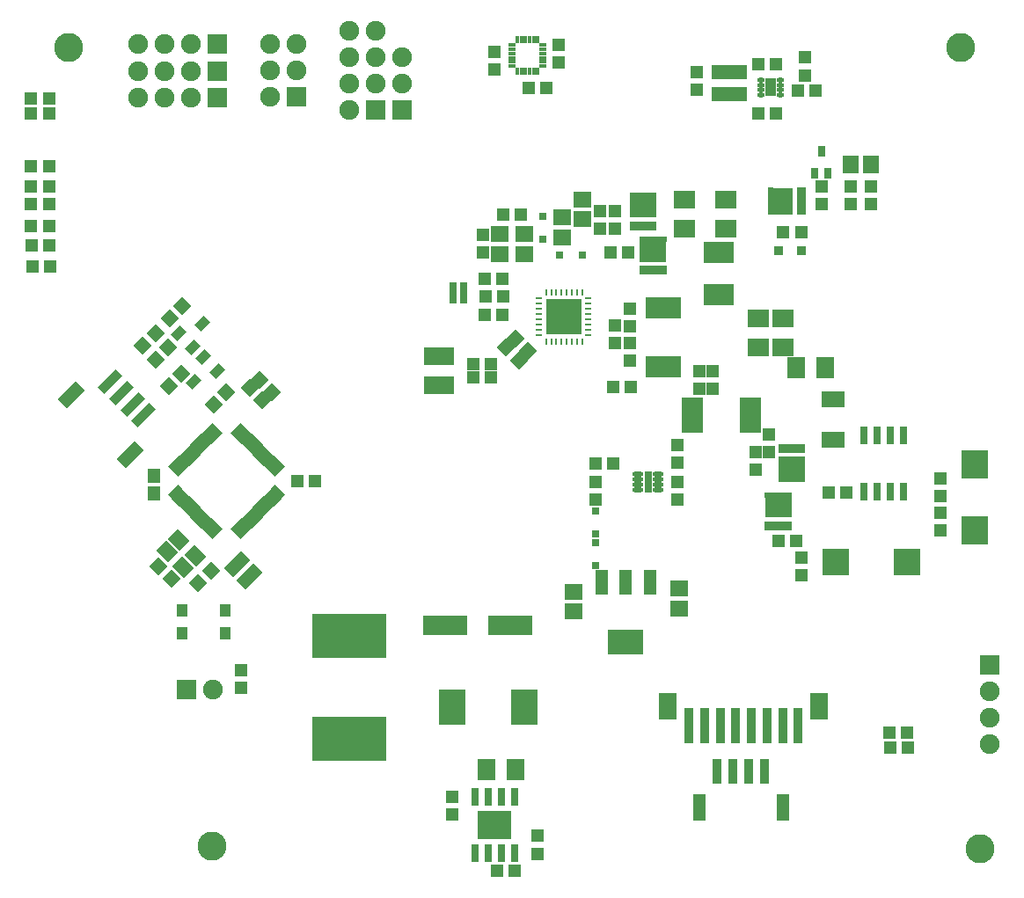
<source format=gts>
G04 DipTrace 3.0.0.2*
G04 TopMask.gbr*
%MOMM*%
G04 #@! TF.FileFunction,Soldermask,Top*
G04 #@! TF.Part,Single*
%AMOUTLINE1*
4,1,4,
-0.03537,-0.88615,
-0.88615,-0.03537,
0.03537,0.88615,
0.88615,0.03537,
-0.03537,-0.88615,
0*%
%AMOUTLINE4*
4,1,4,
-0.88615,0.03537,
-0.03537,0.88615,
0.88615,-0.03537,
0.03537,-0.88615,
-0.88615,0.03537,
0*%
%AMOUTLINE7*
4,1,4,
0.6016,-0.6516,
-0.6016,-0.6516,
-0.6016,0.6516,
0.6016,0.6516,
0.6016,-0.6516,
0*%
%AMOUTLINE10*
4,1,4,
0.88615,-0.03537,
0.03537,-0.88615,
-0.88615,0.03537,
-0.03537,0.88615,
0.88615,-0.03537,
0*%
%AMOUTLINE13*5,1,4,0,0,1.1359,-45.0*%
%AMOUTLINE16*
4,1,4,
-0.14143,-0.74472,
-0.74472,-0.14143,
0.14143,0.74472,
0.74472,0.14143,
-0.14143,-0.74472,
0*%
%AMOUTLINE19*
4,1,4,
-0.53033,-1.16898,
-1.16898,-0.53033,
0.53033,1.16898,
1.16898,0.53033,
-0.53033,-1.16898,
0*%
%AMOUTLINE22*
4,1,4,
-0.42703,-1.34302,
-1.34302,-0.42703,
0.42703,1.34302,
1.34302,0.42703,
-0.42703,-1.34302,
0*%
%AMOUTLINE24*
4,1,38,
0.1905,-0.1143,
0.21033,-0.11257,
0.2296,-0.1074,
0.24763,-0.099,
0.26397,-0.08757,
0.27807,-0.07347,
0.2895,-0.05717,
0.2979,-0.0391,
0.30307,-0.01983,
0.3048,0.0,
0.30307,0.01983,
0.2979,0.0391,
0.2895,0.05717,
0.27807,0.07347,
0.26397,0.08757,
0.24767,0.099,
0.2296,0.1074,
0.21033,0.11257,
0.1905,0.1143,
-0.1905,0.1143,
-0.21033,0.11257,
-0.2296,0.1074,
-0.24763,0.099,
-0.26397,0.08757,
-0.27807,0.07347,
-0.2895,0.05717,
-0.2979,0.0391,
-0.30307,0.01983,
-0.3048,0.0,
-0.30307,-0.01983,
-0.2979,-0.0391,
-0.2895,-0.05713,
-0.27807,-0.07347,
-0.26397,-0.08757,
-0.24767,-0.099,
-0.2296,-0.1074,
-0.21033,-0.11257,
-0.1905,-0.1143,
0.1905,-0.1143,
0*%
%AMOUTLINE25*
4,1,38,
-0.1143,-0.1905,
-0.11257,-0.21033,
-0.1074,-0.2296,
-0.099,-0.24763,
-0.08757,-0.26397,
-0.07347,-0.27807,
-0.05713,-0.2895,
-0.0391,-0.2979,
-0.01983,-0.30307,
0.0,-0.3048,
0.01983,-0.30307,
0.0391,-0.2979,
0.05717,-0.2895,
0.07347,-0.27807,
0.08757,-0.26397,
0.099,-0.24763,
0.1074,-0.2296,
0.11257,-0.21033,
0.1143,-0.1905,
0.1143,0.1905,
0.11257,0.21033,
0.1074,0.2296,
0.099,0.24763,
0.08757,0.26397,
0.07347,0.27807,
0.05717,0.2895,
0.0391,0.2979,
0.01983,0.30307,
0.0,0.3048,
-0.01983,0.30307,
-0.0391,0.2979,
-0.05713,0.2895,
-0.07347,0.27807,
-0.08757,0.26397,
-0.099,0.24767,
-0.1074,0.2296,
-0.11257,0.21033,
-0.1143,0.1905,
-0.1143,-0.1905,
0*%
%AMOUTLINE27*
4,1,4,
0.3182,0.67402,
0.67402,0.3182,
-0.3182,-0.67402,
-0.67402,-0.3182,
0.3182,0.67402,
0*%
%AMOUTLINE30*
4,1,4,
-0.67402,0.3182,
-0.3182,0.67402,
0.67402,-0.3182,
0.3182,-0.67402,
-0.67402,0.3182,
0*%
%AMOUTLINE33*
4,1,4,
0.0884,-1.04525,
-1.04525,0.0884,
-0.0884,1.04525,
1.04525,-0.0884,
0.0884,-1.04525,
0*%
%ADD69R,3.4544X3.4544*%
%ADD88C,2.794*%
%ADD92O,0.4032X0.762*%
%ADD94O,0.762X0.4032*%
%ADD96R,1.1032X1.8032*%
%ADD98O,0.7032X0.4832*%
%ADD100R,2.6032X2.8032*%
%ADD102R,3.2032X2.6932*%
%ADD104R,0.8032X1.7532*%
%ADD106R,0.8032X2.1032*%
%ADD108O,1.0532X0.5032*%
%ADD110R,3.4532X2.3532*%
%ADD112R,1.1532X2.3532*%
%ADD116R,1.1032X1.2032*%
%ADD118R,0.6985X0.5588*%
%ADD120R,3.4032X2.0032*%
%ADD122R,2.9032X1.8032*%
%ADD124R,0.7032X1.0532*%
%ADD126R,2.1032X2.6289*%
%ADD128R,0.6132X0.6604*%
%ADD130R,0.8332X0.6604*%
%ADD132R,2.6289X2.1032*%
%ADD134R,0.6604X0.6132*%
%ADD136R,0.6604X0.8332*%
%ADD138R,7.2136X4.191*%
%ADD140R,3.4036X1.3208*%
%ADD142R,2.5908X2.5908*%
%ADD144R,2.9972X2.1209*%
%ADD146R,2.6032X3.5032*%
%ADD148R,2.3032X1.6032*%
%ADD150R,0.8032X0.8032*%
%ADD152R,2.0032X3.4032*%
%ADD154C,1.9032*%
%ADD156R,1.9032X1.9032*%
%ADD158R,1.5032X1.7032*%
%ADD160R,4.3532X1.8532*%
%ADD162R,1.8032X2.0032*%
%ADD164R,2.0032X1.8032*%
%ADD166R,1.7032X1.5032*%
%ADD168R,1.2032X1.3032*%
%ADD170R,1.3032X1.2032*%
%ADD172R,1.7018X2.5032*%
%ADD174R,0.9032X3.5052*%
%ADD176R,1.2954X2.5032*%
%ADD178R,0.9032X2.4032*%
%ADD186OUTLINE1*%
%ADD189OUTLINE4*%
%ADD192OUTLINE7*%
%ADD195OUTLINE10*%
%ADD198OUTLINE13*%
%ADD201OUTLINE16*%
%ADD204OUTLINE19*%
%ADD207OUTLINE22*%
%ADD209OUTLINE24*%
%ADD210OUTLINE25*%
%ADD212OUTLINE27*%
%ADD215OUTLINE30*%
%ADD218OUTLINE33*%
%FSLAX35Y35*%
G04*
G71*
G90*
G75*
G01*
G04 TopMask*
%LPD*%
D178*
X8202521Y2376970D3*
X7897721D3*
X8050121D3*
D176*
X8530181Y2022230D3*
X7722461D3*
D178*
X8354921Y2376970D3*
D174*
X8074661Y2815347D3*
X8227061D3*
D172*
X7421881Y3003310D3*
X8879841D3*
D174*
X8376921Y2815347D3*
X8526781D3*
X8676641D3*
X7924801D3*
X7774941D3*
X7625081D3*
D170*
X5660391Y7116837D3*
X5830391D3*
X5835014Y6942210D3*
X5665014D3*
X5660391Y6767584D3*
X5830391D3*
D168*
X5644514Y7370837D3*
Y7540837D3*
X7517767Y4989587D3*
Y5159587D3*
D186*
X3022721Y4302500D3*
X2902514Y4182294D3*
D189*
X6073137Y6418337D3*
X5952931Y6538544D3*
X2522221Y4346330D3*
X2642427Y4226124D3*
D192*
X2474117Y5049007D3*
Y5219007D3*
D166*
X7533641Y4132330D3*
Y3942330D3*
D186*
X3052341Y5905380D3*
X3172547Y6025587D3*
D195*
X5866767Y6450084D3*
X5986974Y6329877D3*
D166*
X6041391Y7354960D3*
Y7544960D3*
D164*
X8295637Y6450084D3*
Y6730084D3*
D166*
X6517391Y4100334D3*
Y3910334D3*
D168*
X7517767Y5513460D3*
Y5343460D3*
D162*
X5676264Y2386084D3*
X5956264D3*
D166*
X6406514Y7704210D3*
Y7514210D3*
D170*
X7041514Y7370834D3*
X6871514D3*
D168*
X6914514Y6497710D3*
Y6667710D3*
X7057391Y6497710D3*
Y6327710D3*
Y6656460D3*
Y6826460D3*
X5342891Y1957460D3*
Y2127460D3*
D164*
X8533767Y6450084D3*
Y6730084D3*
D168*
X7724141Y6053210D3*
Y6223210D3*
D160*
X5908581Y3777014D3*
X5278581D3*
D164*
X7976871Y7878837D3*
Y7598837D3*
D158*
X9184641Y8212210D3*
X9374641D3*
D162*
X8660764Y6259584D3*
X8940764D3*
D166*
X5803267Y7354960D3*
Y7544960D3*
X6597014Y7688337D3*
Y7878337D3*
D170*
X9137014Y5053084D3*
X8967014D3*
D164*
X7579361Y7878837D3*
Y7598837D3*
D170*
X8295641Y8704337D3*
X8465641D3*
X8295641Y9180587D3*
X8465641D3*
D195*
X3314701Y4407290D3*
X3434907Y4287084D3*
D168*
X5755641Y9132960D3*
Y9302960D3*
D170*
X6080761Y8948810D3*
X6250761D3*
D168*
X6374767Y9196460D3*
Y9366460D3*
D170*
X6724017Y5338834D3*
X6894017D3*
D189*
X3238501Y4331090D3*
X3358707Y4210884D3*
D170*
X4026427Y5164244D3*
X3856427D3*
D156*
X3850641Y8864990D3*
D154*
X3596641D3*
X3850641Y9118990D3*
X3596641D3*
X3850641Y9372990D3*
X3596641D3*
D156*
X4612641Y8737990D3*
D154*
X4358641D3*
X4612641Y8991990D3*
X4358641D3*
X4612641Y9245990D3*
X4358641D3*
X4612641Y9499990D3*
X4358641D3*
D156*
X3088641Y9372990D3*
D154*
X2834641D3*
X2580641D3*
X2326641D3*
D156*
X3088641Y9116450D3*
D154*
X2834641D3*
X2580641D3*
X2326641D3*
D156*
X3088641Y8862450D3*
D154*
X2834641D3*
X2580641D3*
X2326641D3*
D152*
X7660641Y5799210D3*
X8220641D3*
D198*
X8708391Y7386710D3*
X8488391D3*
D150*
X6724014Y4576834D3*
Y4356834D3*
X6216017Y7497837D3*
Y7717837D3*
X6597017Y7339087D3*
X6377017D3*
X6724014Y4656210D3*
Y4876210D3*
D148*
X9010014Y5561084D3*
Y5951070D3*
D146*
X5342891Y2989334D3*
X6037891D3*
D88*
X10241281Y9339970D3*
X1651001D3*
X3032761Y1656470D3*
X10429241Y1625990D3*
D156*
X4866641Y8737990D3*
D154*
Y8991990D3*
Y9245990D3*
D156*
X2787017Y3163960D3*
D154*
X3041017D3*
D144*
X7914641Y7370837D3*
Y6963164D3*
D142*
X9041767Y4386337D3*
X9722487D3*
D140*
X8009891Y8894837D3*
Y9103117D3*
D138*
X4360227Y2682947D3*
Y3681167D3*
D136*
X7374891Y7196210D3*
X7311391D3*
X7245351D3*
X7181851D3*
D134*
Y7493390D3*
X7245351D3*
X7311391D3*
X7374891D3*
D132*
X7278371Y7379090D3*
D136*
X7279641Y7624837D3*
X7216141D3*
X7150101D3*
X7086601D3*
D134*
Y7922017D3*
X7150101D3*
X7216141D3*
X7279641D3*
D132*
X7183121Y7807717D3*
D130*
X8708391Y7958210D3*
Y7894710D3*
Y7828670D3*
Y7765170D3*
D128*
X8411211D3*
Y7828670D3*
Y7894710D3*
Y7958210D3*
D126*
X8525511Y7861690D3*
D136*
X8517891Y5481710D3*
X8581391D3*
X8647431D3*
X8710931D3*
D134*
Y5184530D3*
X8647431D3*
X8581391D3*
X8517891D3*
D132*
X8614411Y5298830D3*
D136*
X8581391Y4735587D3*
X8517891D3*
X8451851D3*
X8388351D3*
D134*
Y5032767D3*
X8451851D3*
X8517891D3*
X8581391D3*
D132*
X8484871Y4918467D3*
D124*
X8835391Y8132834D3*
X8965404D3*
X8900397Y8342834D3*
D201*
X3086101Y6223394D3*
X2951747Y6357744D3*
X2856291Y6127937D3*
X2712721Y6586610D3*
X2847074Y6452260D3*
X2942531Y6682067D3*
D170*
X5951221Y1420250D3*
X5781221D3*
D168*
X3310891Y3179837D3*
Y3349837D3*
D170*
X1305014Y7233584D3*
X1475014D3*
X1299391Y7434334D3*
X1469391D3*
D168*
X6168391Y1751084D3*
Y1581084D3*
X10041891Y4862584D3*
Y4692584D3*
D189*
X3517264Y5942087D3*
X3397057Y6062294D3*
D168*
X10041891Y5195960D3*
Y5025960D3*
D189*
X3612514Y6021460D3*
X3492307Y6141667D3*
D170*
X1294764Y8196334D3*
X1464764D3*
D168*
X6724014Y4989580D3*
Y5159580D3*
D170*
X1294764Y8005834D3*
X1464764D3*
X5549267Y6164337D3*
X5719267D3*
X5549267Y6291334D3*
X5719267D3*
D122*
X5215891Y6370710D3*
Y6090710D3*
D170*
X1294767Y7624837D3*
X1464767D3*
D186*
X2613661Y6457074D3*
X2493454Y6336867D3*
X2628901Y6733934D3*
X2749107Y6854140D3*
D170*
X1294764Y7831210D3*
X1464764D3*
D186*
X2621281Y6081150D3*
X2741487Y6201357D3*
D170*
X1294764Y8847210D3*
X1464764D3*
X1294767Y8704334D3*
X1464767D3*
D186*
X2489201Y6591694D3*
X2368994Y6471487D3*
D170*
X8676641Y8926584D3*
X8846641D3*
D168*
X8740141Y9244087D3*
Y9074087D3*
X7702641Y9106837D3*
Y8936837D3*
D170*
X9560381Y2601350D3*
X9730381D3*
X9558021Y2748670D3*
X9728021D3*
D168*
X8898891Y8005834D3*
Y7835834D3*
D170*
X8533767Y7561337D3*
X8703767D3*
D120*
X7374891Y6831720D3*
Y6271720D3*
D168*
X7851141Y6227834D3*
Y6057834D3*
D170*
X6898641Y6069084D3*
X7068641D3*
D168*
X6771641Y7767710D3*
Y7597710D3*
X9375141Y8005834D3*
Y7835834D3*
X9184641Y8005834D3*
Y7835834D3*
D170*
X6009641Y7735960D3*
X5839641D3*
D168*
X8263891Y5449960D3*
Y5279960D3*
X8390891Y5449960D3*
Y5619960D3*
X8708391Y4433960D3*
Y4263960D3*
D170*
X8660764Y4592710D3*
X8490764D3*
D168*
X6914514Y7767710D3*
Y7597710D3*
D118*
X5454014Y7053337D3*
Y6951737D3*
Y6900937D3*
Y7002537D3*
X5352414Y6900937D3*
Y6951737D3*
Y7002537D3*
Y7053337D3*
D116*
X3159761Y3705617D3*
X2749761D3*
Y3924057D3*
X3159761D3*
D156*
X10523221Y3401450D3*
D154*
Y3147450D3*
Y2893450D3*
Y2639450D3*
D204*
X2270761Y5905890D3*
X2055234Y6121414D3*
X2162997Y6013654D3*
D207*
X2251611Y5423360D3*
X1680467Y5994504D3*
D204*
X2378524Y5798127D3*
D209*
X6184901Y6924430D3*
Y6873630D3*
Y6825370D3*
Y6774570D3*
Y6723770D3*
Y6672970D3*
Y6624710D3*
Y6573910D3*
D210*
X6248401Y6510410D3*
X6299201D3*
X6347461D3*
X6398261D3*
X6449061D3*
X6499861D3*
X6548121D3*
X6598921D3*
D209*
X6662421Y6573910D3*
Y6624710D3*
Y6672970D3*
Y6723770D3*
Y6774570D3*
Y6825370D3*
Y6873630D3*
Y6924430D3*
D210*
X6598921Y6987930D3*
X6548121D3*
X6499861D3*
X6449061D3*
X6398261D3*
X6347461D3*
X6299201D3*
X6248401D3*
D69*
X6423661Y6749170D3*
D112*
X7247891Y4195837D3*
X7017891D3*
X6787891D3*
D110*
X7017891Y3615837D3*
D108*
X7327267Y5084837D3*
Y5134837D3*
Y5184837D3*
Y5234837D3*
X7137267D3*
Y5184837D3*
Y5134837D3*
Y5084837D3*
D106*
X7232267Y5159837D3*
D104*
X9311641Y5068960D3*
X9438641D3*
X9565641D3*
X9692641D3*
Y5608960D3*
X9565641D3*
X9438641D3*
X9311641D3*
D212*
X2679921Y5061547D3*
X2715274Y5026194D3*
X2750631Y4990837D3*
X2785984Y4955480D3*
X2821341Y4920127D3*
X2856697Y4884770D3*
X2892051Y4849417D3*
X2927407Y4814060D3*
X2962761Y4778704D3*
X2998117Y4743350D3*
X3033474Y4707994D3*
X3068827Y4672640D3*
D215*
X3280961D3*
X3316314Y4707994D3*
X3351671Y4743350D3*
X3387027Y4778704D3*
X3422381Y4814060D3*
X3457737Y4849417D3*
X3493091Y4884770D3*
X3528447Y4920127D3*
X3563804Y4955480D3*
X3599157Y4990837D3*
X3634514Y5026194D3*
X3669867Y5061547D3*
D212*
Y5273680D3*
X3634514Y5309034D3*
X3599157Y5344390D3*
X3563804Y5379747D3*
X3528447Y5415100D3*
X3493091Y5450457D3*
X3457737Y5485810D3*
X3422381Y5521167D3*
X3387027Y5556524D3*
X3351671Y5591877D3*
X3316314Y5627234D3*
X3280961Y5662587D3*
D215*
X3068827D3*
X3033474Y5627234D3*
X2998117Y5591877D3*
X2962761Y5556524D3*
X2927407Y5521167D3*
X2892051Y5485810D3*
X2856697Y5450457D3*
X2821341Y5415100D3*
X2785984Y5379747D3*
X2750631Y5344390D3*
X2715274Y5309034D3*
X2679921Y5273680D3*
D104*
X5562731Y1588684D3*
X5689731D3*
X5816731D3*
X5943731D3*
Y2128684D3*
X5816731D3*
X5689731D3*
X5562731D3*
D102*
X5753231Y1858684D3*
D100*
X10378441Y4689230D3*
Y5329264D3*
D98*
X8505711Y8881430D3*
Y8931430D3*
Y8981430D3*
Y9031430D3*
X8315711D3*
Y8981430D3*
Y8931430D3*
Y8881430D3*
D96*
X8410711Y8956430D3*
D94*
X5921921Y9363530D3*
Y9323530D3*
Y9283530D3*
Y9243530D3*
Y9203530D3*
Y9163530D3*
D92*
X5971921Y9113530D3*
X6011921D3*
X6051921D3*
X6091921D3*
X6131921D3*
X6171921D3*
D94*
X6221921Y9163530D3*
Y9203530D3*
Y9243530D3*
Y9283530D3*
Y9323530D3*
Y9363530D3*
D92*
X6171921Y9413530D3*
X6131921D3*
X6091921D3*
X6051921D3*
X6011921D3*
X5971921D3*
D218*
X2604477Y4489790D3*
X2760041Y4334227D3*
X2873177Y4447364D3*
X2717614Y4602927D3*
M02*

</source>
